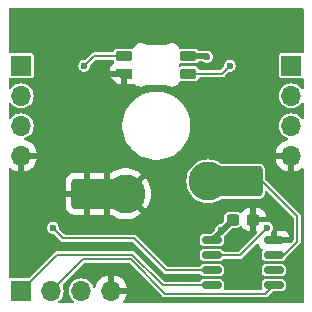
<source format=gtl>
G04 #@! TF.GenerationSoftware,KiCad,Pcbnew,8.0.5+dfsg-1*
G04 #@! TF.CreationDate,2024-10-30T23:38:12+01:00*
G04 #@! TF.ProjectId,raddr,72616464-722e-46b6-9963-61645f706362,rev?*
G04 #@! TF.SameCoordinates,Original*
G04 #@! TF.FileFunction,Copper,L1,Top*
G04 #@! TF.FilePolarity,Positive*
%FSLAX46Y46*%
G04 Gerber Fmt 4.6, Leading zero omitted, Abs format (unit mm)*
G04 Created by KiCad (PCBNEW 8.0.5+dfsg-1) date 2024-10-30 23:38:12*
%MOMM*%
%LPD*%
G01*
G04 APERTURE LIST*
G04 Aperture macros list*
%AMRoundRect*
0 Rectangle with rounded corners*
0 $1 Rounding radius*
0 $2 $3 $4 $5 $6 $7 $8 $9 X,Y pos of 4 corners*
0 Add a 4 corners polygon primitive as box body*
4,1,4,$2,$3,$4,$5,$6,$7,$8,$9,$2,$3,0*
0 Add four circle primitives for the rounded corners*
1,1,$1+$1,$2,$3*
1,1,$1+$1,$4,$5*
1,1,$1+$1,$6,$7*
1,1,$1+$1,$8,$9*
0 Add four rect primitives between the rounded corners*
20,1,$1+$1,$2,$3,$4,$5,0*
20,1,$1+$1,$4,$5,$6,$7,0*
20,1,$1+$1,$6,$7,$8,$9,0*
20,1,$1+$1,$8,$9,$2,$3,0*%
%AMFreePoly0*
4,1,18,-0.410000,0.265000,0.000000,0.675000,0.328000,0.675000,0.359380,0.668758,0.385983,0.650983,0.403758,0.624380,0.410000,0.593000,0.410000,-0.593000,0.403758,-0.624380,0.385983,-0.650983,0.359380,-0.668758,0.328000,-0.675000,-0.328000,-0.675000,-0.359380,-0.668758,-0.385983,-0.650983,-0.403758,-0.624380,-0.410000,-0.593000,-0.410000,0.265000,-0.410000,0.265000,$1*%
G04 Aperture macros list end*
G04 #@! TA.AperFunction,SMDPad,CuDef*
%ADD10RoundRect,0.082000X0.593000X-0.328000X0.593000X0.328000X-0.593000X0.328000X-0.593000X-0.328000X0*%
G04 #@! TD*
G04 #@! TA.AperFunction,SMDPad,CuDef*
%ADD11FreePoly0,90.000000*%
G04 #@! TD*
G04 #@! TA.AperFunction,SMDPad,CuDef*
%ADD12RoundRect,0.150000X-0.675000X-0.150000X0.675000X-0.150000X0.675000X0.150000X-0.675000X0.150000X0*%
G04 #@! TD*
G04 #@! TA.AperFunction,ComponentPad*
%ADD13R,1.700000X1.700000*%
G04 #@! TD*
G04 #@! TA.AperFunction,ComponentPad*
%ADD14O,1.700000X1.700000*%
G04 #@! TD*
G04 #@! TA.AperFunction,ComponentPad*
%ADD15C,3.300000*%
G04 #@! TD*
G04 #@! TA.AperFunction,SMDPad,CuDef*
%ADD16R,1.200000X2.550000*%
G04 #@! TD*
G04 #@! TA.AperFunction,SMDPad,CuDef*
%ADD17RoundRect,0.255000X-1.070000X-1.020000X1.070000X-1.020000X1.070000X1.020000X-1.070000X1.020000X0*%
G04 #@! TD*
G04 #@! TA.AperFunction,SMDPad,CuDef*
%ADD18RoundRect,0.237500X-0.300000X-0.237500X0.300000X-0.237500X0.300000X0.237500X-0.300000X0.237500X0*%
G04 #@! TD*
G04 #@! TA.AperFunction,ViaPad*
%ADD19C,0.600000*%
G04 #@! TD*
G04 #@! TA.AperFunction,Conductor*
%ADD20C,0.508000*%
G04 #@! TD*
G04 #@! TA.AperFunction,Conductor*
%ADD21C,0.200000*%
G04 #@! TD*
G04 APERTURE END LIST*
D10*
X11615000Y826200D03*
X11615000Y-673800D03*
X6165000Y826200D03*
D11*
X6165000Y-673800D03*
D12*
X13596800Y-14774800D03*
X13596800Y-16044800D03*
X13596800Y-17314800D03*
X13596800Y-18584800D03*
X18846800Y-18584800D03*
X18846800Y-17314800D03*
X18846800Y-16044800D03*
X18846800Y-14774800D03*
D13*
X20320000Y0D03*
D14*
X20320000Y-2540000D03*
X20320000Y-5080000D03*
X20320000Y-7620000D03*
D15*
X13290000Y-9780000D03*
D16*
X14840000Y-9780000D03*
D17*
X16535000Y-9780000D03*
X3045000Y-10830000D03*
D16*
X4740000Y-10830000D03*
D15*
X6290000Y-10830000D03*
D13*
X-2540000Y0D03*
D14*
X-2540000Y-2540000D03*
X-2540000Y-5080000D03*
X-2540000Y-7620000D03*
D18*
X15391100Y-13021000D03*
X17116100Y-13021000D03*
D13*
X-2540000Y-19050000D03*
D14*
X0Y-19050000D03*
X2540000Y-19050000D03*
X5080000Y-19050000D03*
D19*
X14362531Y-13938000D03*
X13208000Y762000D03*
X15113000Y0D03*
X18288000Y-13716000D03*
X2794000Y0D03*
X127000Y-13715996D03*
D20*
X11615000Y826200D02*
X13143800Y826200D01*
X13637300Y-14774800D02*
X14523550Y-13888550D01*
X13143800Y826200D02*
X13208000Y762000D01*
X14523550Y-13888550D02*
X14411981Y-13888550D01*
X14411981Y-13888550D02*
X14362531Y-13938000D01*
X14523550Y-13888550D02*
X15391100Y-13021000D01*
D21*
X19646200Y-673800D02*
X20320000Y0D01*
X14439200Y-673800D02*
X15113000Y0D01*
X11615000Y-673800D02*
X14439200Y-673800D01*
X13596800Y-16044800D02*
X15959200Y-16044800D01*
X13596800Y-16044800D02*
X13792352Y-16044800D01*
X15959200Y-16044800D02*
X18288000Y-13716000D01*
X3620200Y826200D02*
X6165000Y826200D01*
X2794000Y0D02*
X3620200Y826200D01*
X9694800Y-17314800D02*
X6985000Y-14605000D01*
X13716000Y-17272000D02*
X13358448Y-17272000D01*
X13673200Y-17314800D02*
X13716000Y-17272000D01*
X6985000Y-14605000D02*
X1016004Y-14605000D01*
X13596800Y-17314800D02*
X9694800Y-17314800D01*
X13596800Y-17314800D02*
X13673200Y-17314800D01*
X1016004Y-14605000D02*
X127000Y-13715996D01*
X16535000Y-9780000D02*
X17859999Y-9780000D01*
X19671799Y-16044800D02*
X18846800Y-16044800D01*
X17859999Y-9780000D02*
X20828000Y-12748001D01*
X20828000Y-14888599D02*
X19671799Y-16044800D01*
X20828000Y-12748001D02*
X20828000Y-14888599D01*
X9440800Y-18584800D02*
X13596800Y-18584800D01*
X-2540000Y-19050000D02*
X508000Y-16002000D01*
X508000Y-16002000D02*
X6858000Y-16002000D01*
X6858000Y-16002000D02*
X9440800Y-18584800D01*
X18846800Y-18584800D02*
X18127600Y-19304000D01*
X18127600Y-19304000D02*
X9652000Y-19304000D01*
X2667000Y-16383000D02*
X0Y-19050000D01*
X6731000Y-16383000D02*
X2667000Y-16383000D01*
X9652000Y-19304000D02*
X6731000Y-16383000D01*
G04 #@! TA.AperFunction,Conductor*
G36*
X21332539Y4859815D02*
G01*
X21378294Y4807011D01*
X21389500Y4755500D01*
X21389500Y1161861D01*
X21369815Y1094822D01*
X21317011Y1049067D01*
X21247853Y1039123D01*
X21241308Y1040244D01*
X21189750Y1050500D01*
X21189748Y1050500D01*
X19450252Y1050500D01*
X19450249Y1050500D01*
X19450247Y1050499D01*
X19391770Y1038868D01*
X19391769Y1038867D01*
X19325447Y994552D01*
X19281132Y928230D01*
X19281131Y928229D01*
X19269500Y869752D01*
X19269500Y-869752D01*
X19281131Y-928229D01*
X19281132Y-928230D01*
X19325447Y-994552D01*
X19391769Y-1038867D01*
X19391770Y-1038868D01*
X19450247Y-1050499D01*
X19450250Y-1050500D01*
X19450252Y-1050500D01*
X21189749Y-1050500D01*
X21241308Y-1040244D01*
X21310899Y-1046471D01*
X21366077Y-1089333D01*
X21389322Y-1155223D01*
X21389500Y-1161861D01*
X21389500Y-1840719D01*
X21369815Y-1907758D01*
X21317011Y-1953513D01*
X21247853Y-1963457D01*
X21184297Y-1934432D01*
X21169647Y-1919384D01*
X21066410Y-1793590D01*
X21066409Y-1793589D01*
X20906450Y-1662315D01*
X20723954Y-1564768D01*
X20525934Y-1504700D01*
X20525932Y-1504699D01*
X20525934Y-1504699D01*
X20320000Y-1484417D01*
X20114067Y-1504699D01*
X19916043Y-1564769D01*
X19805898Y-1623643D01*
X19733550Y-1662315D01*
X19733548Y-1662316D01*
X19733547Y-1662317D01*
X19573589Y-1793589D01*
X19442317Y-1953547D01*
X19344769Y-2136043D01*
X19284699Y-2334067D01*
X19264417Y-2540000D01*
X19284699Y-2745932D01*
X19284700Y-2745934D01*
X19344768Y-2943954D01*
X19442315Y-3126450D01*
X19442317Y-3126452D01*
X19573589Y-3286410D01*
X19670209Y-3365702D01*
X19733550Y-3417685D01*
X19916046Y-3515232D01*
X20114066Y-3575300D01*
X20114065Y-3575300D01*
X20132529Y-3577118D01*
X20320000Y-3595583D01*
X20525934Y-3575300D01*
X20723954Y-3515232D01*
X20906450Y-3417685D01*
X21066410Y-3286410D01*
X21169646Y-3160616D01*
X21227392Y-3121281D01*
X21297237Y-3119410D01*
X21357005Y-3155597D01*
X21387721Y-3218353D01*
X21389500Y-3239280D01*
X21389500Y-4380719D01*
X21369815Y-4447758D01*
X21317011Y-4493513D01*
X21247853Y-4503457D01*
X21184297Y-4474432D01*
X21169647Y-4459384D01*
X21066410Y-4333590D01*
X20906452Y-4202317D01*
X20906453Y-4202317D01*
X20906450Y-4202315D01*
X20723954Y-4104768D01*
X20525934Y-4044700D01*
X20525932Y-4044699D01*
X20525934Y-4044699D01*
X20320000Y-4024417D01*
X20114067Y-4044699D01*
X19916043Y-4104769D01*
X19805898Y-4163643D01*
X19733550Y-4202315D01*
X19733548Y-4202316D01*
X19733547Y-4202317D01*
X19573589Y-4333589D01*
X19442317Y-4493547D01*
X19344769Y-4676043D01*
X19284699Y-4874067D01*
X19264417Y-5080000D01*
X19284699Y-5285932D01*
X19284700Y-5285934D01*
X19344768Y-5483954D01*
X19442315Y-5666450D01*
X19442317Y-5666452D01*
X19573589Y-5826410D01*
X19635594Y-5877295D01*
X19733550Y-5957685D01*
X19916046Y-6055232D01*
X19982551Y-6075405D01*
X20040989Y-6113702D01*
X20069446Y-6177514D01*
X20058887Y-6246581D01*
X20012663Y-6298975D01*
X19978650Y-6313841D01*
X19856514Y-6346567D01*
X19856507Y-6346570D01*
X19642422Y-6446399D01*
X19642420Y-6446400D01*
X19448926Y-6581886D01*
X19448920Y-6581891D01*
X19281891Y-6748920D01*
X19281886Y-6748926D01*
X19146400Y-6942420D01*
X19146399Y-6942422D01*
X19046570Y-7156507D01*
X19046567Y-7156513D01*
X18989364Y-7369999D01*
X18989364Y-7370000D01*
X19886988Y-7370000D01*
X19854075Y-7427007D01*
X19820000Y-7554174D01*
X19820000Y-7685826D01*
X19854075Y-7812993D01*
X19886988Y-7870000D01*
X18989364Y-7870000D01*
X19046567Y-8083486D01*
X19046570Y-8083492D01*
X19146399Y-8297578D01*
X19281894Y-8491082D01*
X19448917Y-8658105D01*
X19642421Y-8793600D01*
X19856507Y-8893429D01*
X19856516Y-8893433D01*
X20070000Y-8950634D01*
X20070000Y-8053012D01*
X20127007Y-8085925D01*
X20254174Y-8120000D01*
X20385826Y-8120000D01*
X20512993Y-8085925D01*
X20570000Y-8053012D01*
X20570000Y-8950633D01*
X20783483Y-8893433D01*
X20783492Y-8893429D01*
X20997579Y-8793599D01*
X20997585Y-8793595D01*
X21194376Y-8655800D01*
X21260582Y-8633472D01*
X21328349Y-8650482D01*
X21376163Y-8701429D01*
X21389500Y-8757374D01*
X21389500Y-19995500D01*
X21369815Y-20062539D01*
X21317011Y-20108294D01*
X21265500Y-20119500D01*
X6217374Y-20119500D01*
X6150335Y-20099815D01*
X6104580Y-20047011D01*
X6094636Y-19977853D01*
X6115800Y-19924376D01*
X6253595Y-19727585D01*
X6253599Y-19727579D01*
X6353429Y-19513492D01*
X6353432Y-19513486D01*
X6410636Y-19300000D01*
X5513012Y-19300000D01*
X5545925Y-19242993D01*
X5580000Y-19115826D01*
X5580000Y-18984174D01*
X5545925Y-18857007D01*
X5513012Y-18800000D01*
X6410636Y-18800000D01*
X6410635Y-18799999D01*
X6353432Y-18586513D01*
X6353429Y-18586507D01*
X6253600Y-18372422D01*
X6253599Y-18372420D01*
X6118113Y-18178926D01*
X6118108Y-18178920D01*
X5951082Y-18011894D01*
X5757578Y-17876399D01*
X5543492Y-17776570D01*
X5543486Y-17776567D01*
X5330000Y-17719364D01*
X5330000Y-18616988D01*
X5272993Y-18584075D01*
X5145826Y-18550000D01*
X5014174Y-18550000D01*
X4887007Y-18584075D01*
X4830000Y-18616988D01*
X4830000Y-17719364D01*
X4829999Y-17719364D01*
X4616513Y-17776567D01*
X4616507Y-17776570D01*
X4402422Y-17876399D01*
X4402420Y-17876400D01*
X4208926Y-18011886D01*
X4208920Y-18011891D01*
X4041891Y-18178920D01*
X4041886Y-18178926D01*
X3906400Y-18372420D01*
X3906399Y-18372422D01*
X3806570Y-18586507D01*
X3806567Y-18586514D01*
X3773841Y-18708650D01*
X3737476Y-18768310D01*
X3674629Y-18798839D01*
X3605253Y-18790544D01*
X3551375Y-18746059D01*
X3535406Y-18712553D01*
X3515232Y-18646046D01*
X3417685Y-18463550D01*
X3310881Y-18333408D01*
X3286410Y-18303589D01*
X3136121Y-18180252D01*
X3126450Y-18172315D01*
X2943954Y-18074768D01*
X2745934Y-18014700D01*
X2745932Y-18014699D01*
X2745934Y-18014699D01*
X2540000Y-17994417D01*
X2334067Y-18014699D01*
X2136043Y-18074769D01*
X2025898Y-18133643D01*
X1953550Y-18172315D01*
X1953548Y-18172316D01*
X1953547Y-18172317D01*
X1793589Y-18303589D01*
X1662317Y-18463547D01*
X1564769Y-18646043D01*
X1504699Y-18844067D01*
X1484417Y-19050000D01*
X1504699Y-19255932D01*
X1504700Y-19255934D01*
X1564768Y-19453954D01*
X1662315Y-19636450D01*
X1662317Y-19636452D01*
X1793589Y-19796410D01*
X1919384Y-19899646D01*
X1958719Y-19957392D01*
X1960590Y-20027237D01*
X1924403Y-20087005D01*
X1861647Y-20117721D01*
X1840720Y-20119500D01*
X699280Y-20119500D01*
X632241Y-20099815D01*
X586486Y-20047011D01*
X576542Y-19977853D01*
X605567Y-19914297D01*
X620616Y-19899646D01*
X746410Y-19796410D01*
X877685Y-19636450D01*
X975232Y-19453954D01*
X1035300Y-19255934D01*
X1055583Y-19050000D01*
X1035300Y-18844066D01*
X975232Y-18646046D01*
X972264Y-18640493D01*
X967620Y-18631804D01*
X953379Y-18563401D01*
X978380Y-18498157D01*
X989290Y-18485679D01*
X2755152Y-16719819D01*
X2816475Y-16686334D01*
X2842833Y-16683500D01*
X6555167Y-16683500D01*
X6622206Y-16703185D01*
X6642848Y-16719819D01*
X9411540Y-19488511D01*
X9467489Y-19544460D01*
X9467491Y-19544461D01*
X9467495Y-19544464D01*
X9536004Y-19584017D01*
X9536011Y-19584021D01*
X9612438Y-19604500D01*
X9612440Y-19604500D01*
X18167160Y-19604500D01*
X18167162Y-19604500D01*
X18243589Y-19584021D01*
X18312111Y-19544460D01*
X18368060Y-19488511D01*
X18734952Y-19121619D01*
X18796275Y-19088134D01*
X18822633Y-19085300D01*
X19555061Y-19085300D01*
X19577771Y-19081991D01*
X19623193Y-19075373D01*
X19728283Y-19023998D01*
X19810998Y-18941283D01*
X19862373Y-18836193D01*
X19872300Y-18768060D01*
X19872300Y-18401540D01*
X19868057Y-18372422D01*
X19862373Y-18333408D01*
X19847796Y-18303590D01*
X19810998Y-18228317D01*
X19810996Y-18228315D01*
X19810996Y-18228314D01*
X19728285Y-18145603D01*
X19623191Y-18094226D01*
X19555061Y-18084300D01*
X19555060Y-18084300D01*
X18138540Y-18084300D01*
X18138539Y-18084300D01*
X18070408Y-18094226D01*
X17965314Y-18145603D01*
X17882603Y-18228314D01*
X17831226Y-18333408D01*
X17821300Y-18401539D01*
X17821300Y-18768060D01*
X17831226Y-18836192D01*
X17833297Y-18842893D01*
X17834281Y-18912755D01*
X17797339Y-18972060D01*
X17734198Y-19001977D01*
X17714824Y-19003500D01*
X14728776Y-19003500D01*
X14661737Y-18983815D01*
X14615982Y-18931011D01*
X14606038Y-18861853D01*
X14610303Y-18842893D01*
X14612373Y-18836192D01*
X14622300Y-18768060D01*
X14622300Y-18401539D01*
X14612373Y-18333408D01*
X14597796Y-18303590D01*
X14560998Y-18228317D01*
X14560996Y-18228315D01*
X14560996Y-18228314D01*
X14478285Y-18145603D01*
X14373191Y-18094226D01*
X14305061Y-18084300D01*
X14305060Y-18084300D01*
X12888540Y-18084300D01*
X12888539Y-18084300D01*
X12820408Y-18094226D01*
X12715314Y-18145603D01*
X12632605Y-18228312D01*
X12629723Y-18232350D01*
X12574749Y-18275474D01*
X12528803Y-18284300D01*
X9616633Y-18284300D01*
X9549594Y-18264615D01*
X9528952Y-18247981D01*
X7042512Y-15761541D01*
X7042507Y-15761537D01*
X7012649Y-15744299D01*
X7012649Y-15744298D01*
X7012647Y-15744298D01*
X6973994Y-15721981D01*
X6973991Y-15721979D01*
X6935775Y-15711739D01*
X6897562Y-15701500D01*
X468438Y-15701500D01*
X437867Y-15709691D01*
X392008Y-15721979D01*
X392007Y-15721980D01*
X353351Y-15744299D01*
X323492Y-15761537D01*
X323487Y-15761541D01*
X-1878152Y-17963181D01*
X-1939475Y-17996666D01*
X-1965833Y-17999500D01*
X-3409748Y-17999500D01*
X-3461310Y-18009756D01*
X-3530901Y-18003527D01*
X-3586078Y-17960664D01*
X-3609322Y-17894774D01*
X-3609500Y-17888138D01*
X-3609500Y-13715996D01*
X-378647Y-13715996D01*
X-358165Y-13858453D01*
X-298377Y-13989369D01*
X-204128Y-14098139D01*
X-83053Y-14175949D01*
X-83050Y-14175950D01*
X-27897Y-14192144D01*
X52280Y-14215686D01*
X55036Y-14216495D01*
X55038Y-14216496D01*
X151167Y-14216496D01*
X218206Y-14236181D01*
X238848Y-14252815D01*
X831493Y-14845460D01*
X900016Y-14885022D01*
X976442Y-14905500D01*
X1055566Y-14905500D01*
X6809167Y-14905500D01*
X6876206Y-14925185D01*
X6896848Y-14941819D01*
X9454340Y-17499311D01*
X9510289Y-17555260D01*
X9510291Y-17555261D01*
X9510295Y-17555264D01*
X9578804Y-17594817D01*
X9578811Y-17594821D01*
X9655238Y-17615300D01*
X12528803Y-17615300D01*
X12595842Y-17634985D01*
X12629723Y-17667250D01*
X12632605Y-17671287D01*
X12715314Y-17753996D01*
X12715315Y-17753996D01*
X12715317Y-17753998D01*
X12820407Y-17805373D01*
X12854473Y-17810336D01*
X12888539Y-17815300D01*
X12888540Y-17815300D01*
X14305061Y-17815300D01*
X14327771Y-17811991D01*
X14373193Y-17805373D01*
X14478283Y-17753998D01*
X14560998Y-17671283D01*
X14612373Y-17566193D01*
X14622300Y-17498060D01*
X14622300Y-17131540D01*
X14622300Y-17131539D01*
X17821300Y-17131539D01*
X17821300Y-17498060D01*
X17831226Y-17566191D01*
X17882603Y-17671285D01*
X17965314Y-17753996D01*
X17965315Y-17753996D01*
X17965317Y-17753998D01*
X18070407Y-17805373D01*
X18104473Y-17810336D01*
X18138539Y-17815300D01*
X18138540Y-17815300D01*
X19555061Y-17815300D01*
X19577771Y-17811991D01*
X19623193Y-17805373D01*
X19728283Y-17753998D01*
X19810998Y-17671283D01*
X19862373Y-17566193D01*
X19872300Y-17498060D01*
X19872300Y-17131540D01*
X19862373Y-17063407D01*
X19810998Y-16958317D01*
X19810996Y-16958315D01*
X19810996Y-16958314D01*
X19728285Y-16875603D01*
X19623191Y-16824226D01*
X19555061Y-16814300D01*
X19555060Y-16814300D01*
X18138540Y-16814300D01*
X18138539Y-16814300D01*
X18070408Y-16824226D01*
X17965314Y-16875603D01*
X17882603Y-16958314D01*
X17831226Y-17063408D01*
X17821300Y-17131539D01*
X14622300Y-17131539D01*
X14612373Y-17063407D01*
X14560998Y-16958317D01*
X14560996Y-16958315D01*
X14560996Y-16958314D01*
X14478285Y-16875603D01*
X14373191Y-16824226D01*
X14305061Y-16814300D01*
X14305060Y-16814300D01*
X12888540Y-16814300D01*
X12888539Y-16814300D01*
X12820408Y-16824226D01*
X12715314Y-16875603D01*
X12632605Y-16958312D01*
X12629723Y-16962350D01*
X12574749Y-17005474D01*
X12528803Y-17014300D01*
X9870633Y-17014300D01*
X9803594Y-16994615D01*
X9782952Y-16977981D01*
X7396511Y-14591539D01*
X12571300Y-14591539D01*
X12571300Y-14958060D01*
X12581226Y-15026191D01*
X12632603Y-15131285D01*
X12715314Y-15213996D01*
X12715315Y-15213996D01*
X12715317Y-15213998D01*
X12820407Y-15265373D01*
X12854473Y-15270336D01*
X12888539Y-15275300D01*
X12888540Y-15275300D01*
X14305061Y-15275300D01*
X14327771Y-15271991D01*
X14373193Y-15265373D01*
X14478283Y-15213998D01*
X14560998Y-15131283D01*
X14612373Y-15026193D01*
X14622300Y-14958060D01*
X14622300Y-14591540D01*
X14612373Y-14523407D01*
X14612372Y-14523406D01*
X14611052Y-14514343D01*
X14620865Y-14445165D01*
X14646072Y-14408786D01*
X14792410Y-14262449D01*
X14792415Y-14262445D01*
X14802618Y-14252241D01*
X14802620Y-14252241D01*
X14887241Y-14167620D01*
X14887241Y-14167618D01*
X14897445Y-14157415D01*
X14897448Y-14157410D01*
X15322041Y-13732819D01*
X15383364Y-13699334D01*
X15409722Y-13696500D01*
X15743860Y-13696500D01*
X15773449Y-13693725D01*
X15898075Y-13650116D01*
X15991040Y-13581505D01*
X16056667Y-13557535D01*
X16124838Y-13572850D01*
X16170210Y-13616179D01*
X16233652Y-13719034D01*
X16233655Y-13719038D01*
X16355561Y-13840944D01*
X16355565Y-13840947D01*
X16502288Y-13931448D01*
X16502299Y-13931453D01*
X16665947Y-13985680D01*
X16766951Y-13995999D01*
X16866100Y-13995998D01*
X16866100Y-12771000D01*
X17366100Y-12771000D01*
X18153599Y-12771000D01*
X18153599Y-12734360D01*
X18153598Y-12734345D01*
X18143280Y-12633347D01*
X18089053Y-12469699D01*
X18089048Y-12469688D01*
X17998547Y-12322965D01*
X17998544Y-12322961D01*
X17876638Y-12201055D01*
X17876634Y-12201052D01*
X17729911Y-12110551D01*
X17729900Y-12110546D01*
X17566252Y-12056319D01*
X17465254Y-12046000D01*
X17366100Y-12046000D01*
X17366100Y-12771000D01*
X16866100Y-12771000D01*
X16866100Y-12045999D01*
X16766960Y-12046000D01*
X16766944Y-12046001D01*
X16665947Y-12056319D01*
X16502299Y-12110546D01*
X16502288Y-12110551D01*
X16355565Y-12201052D01*
X16355561Y-12201055D01*
X16233654Y-12322962D01*
X16170210Y-12425821D01*
X16118262Y-12472545D01*
X16049299Y-12483766D01*
X15991039Y-12460494D01*
X15898074Y-12391883D01*
X15773448Y-12348274D01*
X15773449Y-12348274D01*
X15743860Y-12345500D01*
X15743856Y-12345500D01*
X15038344Y-12345500D01*
X15038340Y-12345500D01*
X15008750Y-12348274D01*
X14884123Y-12391884D01*
X14777889Y-12470288D01*
X14777888Y-12470289D01*
X14699484Y-12576523D01*
X14655874Y-12701150D01*
X14653100Y-12730739D01*
X14653100Y-13064878D01*
X14633415Y-13131917D01*
X14616781Y-13152559D01*
X14367953Y-13401386D01*
X14306630Y-13434871D01*
X14297921Y-13436443D01*
X14290565Y-13437500D01*
X14152480Y-13478045D01*
X14031404Y-13555856D01*
X13937154Y-13664626D01*
X13937153Y-13664628D01*
X13877366Y-13795541D01*
X13877365Y-13795546D01*
X13867046Y-13867316D01*
X13838020Y-13930871D01*
X13831990Y-13937349D01*
X13531357Y-14237982D01*
X13470036Y-14271466D01*
X13443678Y-14274300D01*
X12888539Y-14274300D01*
X12820408Y-14284226D01*
X12715314Y-14335603D01*
X12632603Y-14418314D01*
X12581226Y-14523408D01*
X12571300Y-14591539D01*
X7396511Y-14591539D01*
X7169514Y-14364542D01*
X7164290Y-14361526D01*
X7164289Y-14361525D01*
X7100992Y-14324980D01*
X7100993Y-14324980D01*
X7091960Y-14322559D01*
X7024562Y-14304500D01*
X7024560Y-14304500D01*
X1191837Y-14304500D01*
X1124798Y-14284815D01*
X1104156Y-14268181D01*
X666395Y-13830420D01*
X632910Y-13769097D01*
X631339Y-13725090D01*
X632647Y-13715996D01*
X612165Y-13573539D01*
X552377Y-13442623D01*
X458128Y-13333853D01*
X337053Y-13256043D01*
X337051Y-13256042D01*
X337049Y-13256041D01*
X337050Y-13256041D01*
X198963Y-13215496D01*
X198961Y-13215496D01*
X55039Y-13215496D01*
X55036Y-13215496D01*
X-83050Y-13256041D01*
X-83053Y-13256043D01*
X-204128Y-13333853D01*
X-298377Y-13442623D01*
X-358165Y-13573539D01*
X-378647Y-13715996D01*
X-3609500Y-13715996D01*
X-3609500Y-11900318D01*
X1220001Y-11900318D01*
X1230564Y-12003715D01*
X1286078Y-12171246D01*
X1286080Y-12171251D01*
X1378735Y-12321467D01*
X1503532Y-12446264D01*
X1653748Y-12538919D01*
X1653753Y-12538921D01*
X1821284Y-12594435D01*
X1924687Y-12604999D01*
X2794999Y-12604999D01*
X3295000Y-12604999D01*
X4088723Y-12604999D01*
X4088759Y-12605000D01*
X4490000Y-12605000D01*
X4490000Y-11080000D01*
X3295000Y-11080000D01*
X3295000Y-12604999D01*
X2794999Y-12604999D01*
X2795000Y-12604998D01*
X2795000Y-11080000D01*
X1220001Y-11080000D01*
X1220001Y-11900318D01*
X-3609500Y-11900318D01*
X-3609500Y-10711947D01*
X4790000Y-10711947D01*
X4790000Y-10948053D01*
X4826935Y-11181251D01*
X4899896Y-11405800D01*
X4990000Y-11582639D01*
X4990000Y-12605000D01*
X5036193Y-12605000D01*
X5100621Y-12623052D01*
X5298550Y-12743415D01*
X5568322Y-12860593D01*
X5851541Y-12939948D01*
X5851547Y-12939949D01*
X6142935Y-12980000D01*
X6437065Y-12980000D01*
X6728452Y-12939949D01*
X6728458Y-12939948D01*
X7011677Y-12860593D01*
X7281449Y-12743415D01*
X7532753Y-12590594D01*
X7532767Y-12590584D01*
X7623340Y-12516895D01*
X7623341Y-12516895D01*
X7159105Y-12052659D01*
X7267184Y-11974136D01*
X7434136Y-11807184D01*
X7512659Y-11699105D01*
X7979007Y-12165453D01*
X7979008Y-12165453D01*
X8131293Y-11949716D01*
X8266613Y-11688560D01*
X8365108Y-11411424D01*
X8365109Y-11411421D01*
X8424952Y-11123436D01*
X8445023Y-10830000D01*
X8424952Y-10536563D01*
X8365109Y-10248578D01*
X8365108Y-10248575D01*
X8266613Y-9971439D01*
X8266614Y-9971439D01*
X8167417Y-9779998D01*
X11434773Y-9779998D01*
X11434773Y-9780001D01*
X11453657Y-10044027D01*
X11453658Y-10044034D01*
X11509921Y-10302673D01*
X11602426Y-10550690D01*
X11602428Y-10550694D01*
X11729280Y-10783005D01*
X11729285Y-10783013D01*
X11887906Y-10994907D01*
X11887922Y-10994925D01*
X12075074Y-11182077D01*
X12075092Y-11182093D01*
X12286986Y-11340714D01*
X12286994Y-11340719D01*
X12519305Y-11467571D01*
X12519309Y-11467573D01*
X12519311Y-11467574D01*
X12767322Y-11560077D01*
X12767325Y-11560077D01*
X12767326Y-11560078D01*
X12962552Y-11602546D01*
X13025974Y-11616343D01*
X13269660Y-11633772D01*
X13289999Y-11635227D01*
X13290000Y-11635227D01*
X13290001Y-11635227D01*
X13308885Y-11633876D01*
X13554026Y-11616343D01*
X13812678Y-11560077D01*
X14060689Y-11467574D01*
X14293011Y-11340716D01*
X14373807Y-11280232D01*
X14439271Y-11255816D01*
X14448117Y-11255500D01*
X17659868Y-11255500D01*
X17690639Y-11252614D01*
X17690641Y-11252614D01*
X17755442Y-11229938D01*
X17820245Y-11207263D01*
X17930725Y-11125725D01*
X18012263Y-11015245D01*
X18046402Y-10917681D01*
X18057614Y-10885641D01*
X18057614Y-10885639D01*
X18060500Y-10854867D01*
X18060500Y-10704834D01*
X18080185Y-10637795D01*
X18132989Y-10592040D01*
X18202147Y-10582096D01*
X18265703Y-10611121D01*
X18272181Y-10617153D01*
X20491181Y-12836153D01*
X20524666Y-12897476D01*
X20527500Y-12923834D01*
X20527500Y-14712765D01*
X20507815Y-14779804D01*
X20491181Y-14800446D01*
X20303146Y-14988481D01*
X20241823Y-15021966D01*
X20215465Y-15024800D01*
X18720800Y-15024800D01*
X18653761Y-15005115D01*
X18608006Y-14952311D01*
X18596800Y-14900800D01*
X18596800Y-14524800D01*
X19096800Y-14524800D01*
X20169095Y-14524800D01*
X20169095Y-14524798D01*
X20168900Y-14522313D01*
X20123081Y-14364601D01*
X20039485Y-14223247D01*
X20039478Y-14223238D01*
X19923361Y-14107121D01*
X19923352Y-14107114D01*
X19781996Y-14023517D01*
X19781993Y-14023516D01*
X19624295Y-13977700D01*
X19624289Y-13977699D01*
X19587449Y-13974800D01*
X19096800Y-13974800D01*
X19096800Y-14524800D01*
X18596800Y-14524800D01*
X18596800Y-14170159D01*
X18616485Y-14103120D01*
X18627077Y-14088968D01*
X18713377Y-13989373D01*
X18773165Y-13858457D01*
X18793647Y-13716000D01*
X18773165Y-13573543D01*
X18713377Y-13442627D01*
X18619128Y-13333857D01*
X18498053Y-13256047D01*
X18498051Y-13256046D01*
X18498049Y-13256045D01*
X18498050Y-13256045D01*
X18359963Y-13215500D01*
X18359961Y-13215500D01*
X18216039Y-13215500D01*
X18216036Y-13215500D01*
X18077949Y-13256045D01*
X18069882Y-13259730D01*
X18068316Y-13256302D01*
X18018287Y-13271000D01*
X17366100Y-13271000D01*
X17366100Y-13995999D01*
X17386883Y-14016782D01*
X17420368Y-14078105D01*
X17415384Y-14147797D01*
X17386883Y-14192144D01*
X15871048Y-15707981D01*
X15809725Y-15741466D01*
X15783367Y-15744300D01*
X14664797Y-15744300D01*
X14597758Y-15724615D01*
X14563877Y-15692350D01*
X14560994Y-15688312D01*
X14478285Y-15605603D01*
X14373191Y-15554226D01*
X14305061Y-15544300D01*
X14305060Y-15544300D01*
X12888540Y-15544300D01*
X12888539Y-15544300D01*
X12820408Y-15554226D01*
X12715314Y-15605603D01*
X12632603Y-15688314D01*
X12581226Y-15793408D01*
X12571300Y-15861539D01*
X12571300Y-16228060D01*
X12581226Y-16296191D01*
X12632603Y-16401285D01*
X12715314Y-16483996D01*
X12715315Y-16483996D01*
X12715317Y-16483998D01*
X12820407Y-16535373D01*
X12854473Y-16540336D01*
X12888539Y-16545300D01*
X12888540Y-16545300D01*
X14305061Y-16545300D01*
X14327771Y-16541991D01*
X14373193Y-16535373D01*
X14478283Y-16483998D01*
X14560998Y-16401283D01*
X14561000Y-16401277D01*
X14563877Y-16397250D01*
X14618851Y-16354126D01*
X14664797Y-16345300D01*
X15998760Y-16345300D01*
X15998762Y-16345300D01*
X16075189Y-16324821D01*
X16143711Y-16285260D01*
X16199660Y-16229311D01*
X17348747Y-15080223D01*
X17410067Y-15046740D01*
X17479758Y-15051724D01*
X17535692Y-15093595D01*
X17555501Y-15133311D01*
X17570516Y-15184993D01*
X17570517Y-15184996D01*
X17654114Y-15326352D01*
X17654121Y-15326361D01*
X17770238Y-15442478D01*
X17770246Y-15442484D01*
X17857725Y-15494219D01*
X17905408Y-15545288D01*
X17917912Y-15614030D01*
X17891267Y-15678619D01*
X17882727Y-15688140D01*
X17882604Y-15688313D01*
X17831226Y-15793408D01*
X17821300Y-15861539D01*
X17821300Y-16228060D01*
X17831226Y-16296191D01*
X17882603Y-16401285D01*
X17965314Y-16483996D01*
X17965315Y-16483996D01*
X17965317Y-16483998D01*
X18070407Y-16535373D01*
X18104473Y-16540336D01*
X18138539Y-16545300D01*
X18138540Y-16545300D01*
X19555061Y-16545300D01*
X19577771Y-16541991D01*
X19623193Y-16535373D01*
X19728283Y-16483998D01*
X19810998Y-16401283D01*
X19810999Y-16401282D01*
X19866604Y-16287541D01*
X19868448Y-16288442D01*
X19891697Y-16249871D01*
X19912259Y-16229311D01*
X21068460Y-15073110D01*
X21095547Y-15026193D01*
X21108021Y-15004588D01*
X21128500Y-14928161D01*
X21128500Y-12708439D01*
X21108021Y-12632012D01*
X21086326Y-12594435D01*
X21068464Y-12563496D01*
X21068458Y-12563488D01*
X18096819Y-9591849D01*
X18063334Y-9530526D01*
X18060500Y-9504168D01*
X18060500Y-8705132D01*
X18057614Y-8674360D01*
X18057614Y-8674358D01*
X18012263Y-8544756D01*
X18012263Y-8544755D01*
X17930725Y-8434275D01*
X17820245Y-8352737D01*
X17820243Y-8352736D01*
X17690640Y-8307385D01*
X17659868Y-8304500D01*
X17659864Y-8304500D01*
X15459748Y-8304500D01*
X14448117Y-8304500D01*
X14381078Y-8284815D01*
X14373814Y-8279773D01*
X14293011Y-8219284D01*
X14293006Y-8219281D01*
X14293005Y-8219280D01*
X14060694Y-8092428D01*
X14060690Y-8092426D01*
X13812673Y-7999921D01*
X13554034Y-7943658D01*
X13554027Y-7943657D01*
X13290001Y-7924773D01*
X13289999Y-7924773D01*
X13025972Y-7943657D01*
X13025965Y-7943658D01*
X12767326Y-7999921D01*
X12519309Y-8092426D01*
X12519305Y-8092428D01*
X12286994Y-8219280D01*
X12286986Y-8219285D01*
X12075092Y-8377906D01*
X12075074Y-8377922D01*
X11887922Y-8565074D01*
X11887906Y-8565092D01*
X11729285Y-8776986D01*
X11729280Y-8776994D01*
X11602428Y-9009305D01*
X11602426Y-9009309D01*
X11509921Y-9257326D01*
X11453658Y-9515965D01*
X11453657Y-9515972D01*
X11434773Y-9779998D01*
X8167417Y-9779998D01*
X8131293Y-9710283D01*
X7979007Y-9494545D01*
X7512658Y-9960893D01*
X7434136Y-9852816D01*
X7267184Y-9685864D01*
X7159105Y-9607340D01*
X7623341Y-9143104D01*
X7532756Y-9069407D01*
X7281449Y-8916584D01*
X7011677Y-8799406D01*
X6728458Y-8720051D01*
X6728452Y-8720050D01*
X6437065Y-8680000D01*
X6142935Y-8680000D01*
X5851547Y-8720050D01*
X5851541Y-8720051D01*
X5568322Y-8799406D01*
X5298550Y-8916584D01*
X5100621Y-9036948D01*
X5036193Y-9055000D01*
X4990000Y-9055000D01*
X4990000Y-10077360D01*
X4899896Y-10254200D01*
X4826935Y-10478749D01*
X4790000Y-10711947D01*
X-3609500Y-10711947D01*
X-3609500Y-9759681D01*
X1220000Y-9759681D01*
X1220000Y-10580000D01*
X2795000Y-10580000D01*
X3295000Y-10580000D01*
X4490000Y-10580000D01*
X4490000Y-9055000D01*
X3295000Y-9055000D01*
X3295000Y-10580000D01*
X2795000Y-10580000D01*
X2795000Y-9055000D01*
X1924696Y-9055000D01*
X1924680Y-9055001D01*
X1821284Y-9065564D01*
X1653753Y-9121078D01*
X1653748Y-9121080D01*
X1503532Y-9213735D01*
X1378735Y-9338532D01*
X1286080Y-9488748D01*
X1286078Y-9488753D01*
X1230564Y-9656284D01*
X1220000Y-9759681D01*
X-3609500Y-9759681D01*
X-3609500Y-8757374D01*
X-3589815Y-8690335D01*
X-3537011Y-8644580D01*
X-3467853Y-8634636D01*
X-3414376Y-8655800D01*
X-3217585Y-8793595D01*
X-3217579Y-8793599D01*
X-3003492Y-8893429D01*
X-3003483Y-8893433D01*
X-2790000Y-8950633D01*
X-2790000Y-8053012D01*
X-2732993Y-8085925D01*
X-2605826Y-8120000D01*
X-2474174Y-8120000D01*
X-2347007Y-8085925D01*
X-2290000Y-8053012D01*
X-2290000Y-8950634D01*
X-2076516Y-8893433D01*
X-2076507Y-8893429D01*
X-1862421Y-8793600D01*
X-1668917Y-8658105D01*
X-1501894Y-8491082D01*
X-1366399Y-8297578D01*
X-1266570Y-8083492D01*
X-1266567Y-8083486D01*
X-1209364Y-7870000D01*
X-2106988Y-7870000D01*
X-2074075Y-7812993D01*
X-2040000Y-7685826D01*
X-2040000Y-7554174D01*
X-2074075Y-7427007D01*
X-2106988Y-7370000D01*
X-1209364Y-7370000D01*
X-1209364Y-7369999D01*
X-1266567Y-7156513D01*
X-1266570Y-7156507D01*
X-1366399Y-6942422D01*
X-1366400Y-6942420D01*
X-1501886Y-6748926D01*
X-1501891Y-6748920D01*
X-1668917Y-6581894D01*
X-1862421Y-6446399D01*
X-2076507Y-6346570D01*
X-2076514Y-6346567D01*
X-2198650Y-6313841D01*
X-2258310Y-6277476D01*
X-2288839Y-6214629D01*
X-2280544Y-6145253D01*
X-2236059Y-6091375D01*
X-2202553Y-6075406D01*
X-2136046Y-6055232D01*
X-1953550Y-5957685D01*
X-1855594Y-5877295D01*
X-1793589Y-5826410D01*
X-1662317Y-5666452D01*
X-1662315Y-5666450D01*
X-1564768Y-5483954D01*
X-1504700Y-5285934D01*
X-1504699Y-5285932D01*
X-1484417Y-5080000D01*
X-1500322Y-4918510D01*
X6014500Y-4918510D01*
X6014500Y-5241489D01*
X6050659Y-5562410D01*
X6050661Y-5562426D01*
X6122527Y-5877294D01*
X6122531Y-5877306D01*
X6229195Y-6182133D01*
X6229201Y-6182147D01*
X6369327Y-6473122D01*
X6369329Y-6473125D01*
X6541159Y-6746591D01*
X6742527Y-6999099D01*
X6970901Y-7227473D01*
X7223409Y-7428841D01*
X7496875Y-7600671D01*
X7787860Y-7740802D01*
X7787866Y-7740804D01*
X8092693Y-7847468D01*
X8092705Y-7847472D01*
X8407577Y-7919339D01*
X8728511Y-7955499D01*
X8728512Y-7955500D01*
X8728515Y-7955500D01*
X9051488Y-7955500D01*
X9051488Y-7955499D01*
X9372423Y-7919339D01*
X9687295Y-7847472D01*
X9992140Y-7740802D01*
X10283125Y-7600671D01*
X10556591Y-7428841D01*
X10809099Y-7227473D01*
X11037473Y-6999099D01*
X11238841Y-6746591D01*
X11410671Y-6473125D01*
X11550802Y-6182140D01*
X11657472Y-5877295D01*
X11729339Y-5562423D01*
X11765500Y-5241485D01*
X11765500Y-4918515D01*
X11729339Y-4597577D01*
X11657472Y-4282705D01*
X11550802Y-3977860D01*
X11410671Y-3686875D01*
X11238841Y-3413409D01*
X11037473Y-3160901D01*
X10809099Y-2932527D01*
X10556591Y-2731159D01*
X10283125Y-2559329D01*
X10283122Y-2559327D01*
X9992147Y-2419201D01*
X9992133Y-2419195D01*
X9687306Y-2312531D01*
X9687294Y-2312527D01*
X9372426Y-2240661D01*
X9372410Y-2240659D01*
X9051489Y-2204500D01*
X9051485Y-2204500D01*
X8728515Y-2204500D01*
X8728510Y-2204500D01*
X8407589Y-2240659D01*
X8407573Y-2240661D01*
X8092705Y-2312527D01*
X8092693Y-2312531D01*
X7787866Y-2419195D01*
X7787852Y-2419201D01*
X7496877Y-2559327D01*
X7223410Y-2731158D01*
X6970901Y-2932526D01*
X6742526Y-3160901D01*
X6541158Y-3413410D01*
X6369327Y-3686877D01*
X6229201Y-3977852D01*
X6229195Y-3977866D01*
X6122531Y-4282693D01*
X6122527Y-4282705D01*
X6050661Y-4597573D01*
X6050659Y-4597589D01*
X6014500Y-4918510D01*
X-1500322Y-4918510D01*
X-1504699Y-4874067D01*
X-1564769Y-4676043D01*
X-1662317Y-4493547D01*
X-1793589Y-4333589D01*
X-1953547Y-4202317D01*
X-1953548Y-4202316D01*
X-1953550Y-4202315D01*
X-2025898Y-4163643D01*
X-2136043Y-4104769D01*
X-2334069Y-4044699D01*
X-2334065Y-4044699D01*
X-2540000Y-4024417D01*
X-2745932Y-4044699D01*
X-2844944Y-4074734D01*
X-2943954Y-4104768D01*
X-3126450Y-4202315D01*
X-3126452Y-4202317D01*
X-3286410Y-4333590D01*
X-3389647Y-4459384D01*
X-3447392Y-4498718D01*
X-3517237Y-4500589D01*
X-3577005Y-4464402D01*
X-3607721Y-4401646D01*
X-3609500Y-4380719D01*
X-3609500Y-3239280D01*
X-3589815Y-3172241D01*
X-3537011Y-3126486D01*
X-3467853Y-3116542D01*
X-3404297Y-3145567D01*
X-3389645Y-3160616D01*
X-3286410Y-3286410D01*
X-3126450Y-3417685D01*
X-2943954Y-3515232D01*
X-2745934Y-3575300D01*
X-2540000Y-3595583D01*
X-2334066Y-3575300D01*
X-2136046Y-3515232D01*
X-1953550Y-3417685D01*
X-1890209Y-3365702D01*
X-1793589Y-3286410D01*
X-1662317Y-3126452D01*
X-1662315Y-3126450D01*
X-1564768Y-2943954D01*
X-1504700Y-2745934D01*
X-1504699Y-2745932D01*
X-1484417Y-2540000D01*
X-1504699Y-2334067D01*
X-1564769Y-2136043D01*
X-1662317Y-1953547D01*
X-1793589Y-1793589D01*
X-1953547Y-1662317D01*
X-1953548Y-1662316D01*
X-1953550Y-1662315D01*
X-2025898Y-1623643D01*
X-2136043Y-1564769D01*
X-2334069Y-1504699D01*
X-2334065Y-1504699D01*
X-2540000Y-1484417D01*
X-2745932Y-1504699D01*
X-2844944Y-1534734D01*
X-2943954Y-1564768D01*
X-3126450Y-1662315D01*
X-3286409Y-1793589D01*
X-3286410Y-1793590D01*
X-3389647Y-1919384D01*
X-3447392Y-1958718D01*
X-3517237Y-1960589D01*
X-3577005Y-1924402D01*
X-3607721Y-1861646D01*
X-3609500Y-1840719D01*
X-3609500Y-1161861D01*
X-3589815Y-1094822D01*
X-3537011Y-1049067D01*
X-3467853Y-1039123D01*
X-3461308Y-1040244D01*
X-3409749Y-1050500D01*
X-3409748Y-1050500D01*
X-1670250Y-1050500D01*
X-1670247Y-1050499D01*
X-1611770Y-1038868D01*
X-1611769Y-1038867D01*
X-1545447Y-994552D01*
X-1501132Y-928230D01*
X-1501131Y-928229D01*
X-1500250Y-923800D01*
X5052358Y-923800D01*
X5055572Y-931560D01*
X5055572Y-931561D01*
X5107492Y-998396D01*
X5107503Y-998409D01*
X5575390Y-1466296D01*
X5575403Y-1466307D01*
X5642241Y-1518229D01*
X5775075Y-1573250D01*
X5859058Y-1583799D01*
X5859065Y-1583800D01*
X5915000Y-1583800D01*
X5915000Y-923800D01*
X5052358Y-923800D01*
X-1500250Y-923800D01*
X-1489500Y-869752D01*
X-1489500Y0D01*
X2288353Y0D01*
X2308834Y-142456D01*
X2332312Y-193864D01*
X2368623Y-273373D01*
X2462872Y-382143D01*
X2583947Y-459953D01*
X2583950Y-459954D01*
X2583949Y-459954D01*
X2691107Y-491417D01*
X2719280Y-499690D01*
X2722036Y-500499D01*
X2722038Y-500500D01*
X2722039Y-500500D01*
X2865962Y-500500D01*
X2865962Y-500499D01*
X3004053Y-459953D01*
X3125128Y-382143D01*
X3219377Y-273373D01*
X3279165Y-142457D01*
X3299647Y0D01*
X3298339Y9092D01*
X3308278Y78247D01*
X3333395Y114424D01*
X3708352Y489381D01*
X3769675Y522866D01*
X3796033Y525700D01*
X5172086Y525700D01*
X5239125Y506015D01*
X5284880Y453211D01*
X5291737Y434253D01*
X5292241Y432397D01*
X5339543Y325273D01*
X5335632Y323546D01*
X5350131Y277607D01*
X5331797Y210186D01*
X5284848Y167823D01*
X5285531Y166642D01*
X5279999Y163448D01*
X5279923Y163379D01*
X5279731Y163293D01*
X5278492Y162578D01*
X5156913Y69286D01*
X5063621Y-52292D01*
X5063621Y-52293D01*
X5004981Y-193864D01*
X5004979Y-193869D01*
X4990000Y-307653D01*
X4990000Y-423800D01*
X6291000Y-423800D01*
X6358039Y-443485D01*
X6403794Y-496289D01*
X6415000Y-547800D01*
X6415000Y-1583800D01*
X6796147Y-1583800D01*
X6909930Y-1568820D01*
X6909931Y-1568819D01*
X6974177Y-1542208D01*
X7043646Y-1534739D01*
X7105725Y-1565642D01*
X7170849Y-1625742D01*
X7299445Y-1701597D01*
X7441137Y-1748644D01*
X7441138Y-1748644D01*
X7441140Y-1748645D01*
X7589569Y-1764770D01*
X7738062Y-1749248D01*
X7879948Y-1702777D01*
X7899111Y-1691613D01*
X7899744Y-1691325D01*
X7909992Y-1685337D01*
X7909994Y-1685337D01*
X7939723Y-1667967D01*
X7949358Y-1662894D01*
X7982214Y-1647402D01*
X8002687Y-1639872D01*
X8032436Y-1631820D01*
X8053919Y-1627995D01*
X8090372Y-1624778D01*
X8101257Y-1624299D01*
X8135411Y-1624303D01*
X8135413Y-1624301D01*
X8147206Y-1624303D01*
X8147259Y-1624299D01*
X9678953Y-1624299D01*
X9689877Y-1624781D01*
X9700347Y-1625707D01*
X9726041Y-1627980D01*
X9747519Y-1631807D01*
X9777268Y-1639865D01*
X9797746Y-1647402D01*
X9830858Y-1663022D01*
X9840508Y-1668105D01*
X9869972Y-1685325D01*
X9869973Y-1685325D01*
X9879890Y-1691121D01*
X9880967Y-1691614D01*
X9900068Y-1702740D01*
X10041945Y-1749208D01*
X10041944Y-1749208D01*
X10064557Y-1751571D01*
X10190429Y-1764730D01*
X10338850Y-1748606D01*
X10480537Y-1701562D01*
X10609127Y-1625710D01*
X10718840Y-1524460D01*
X10804748Y-1402360D01*
X10824403Y-1355970D01*
X10868680Y-1301924D01*
X10935149Y-1280393D01*
X10952870Y-1281172D01*
X10956199Y-1281558D01*
X10956201Y-1281559D01*
X10979826Y-1284300D01*
X10979827Y-1284300D01*
X12250173Y-1284300D01*
X12250174Y-1284300D01*
X12273799Y-1281559D01*
X12370416Y-1238898D01*
X12445098Y-1164216D01*
X12461745Y-1126513D01*
X12487758Y-1067602D01*
X12488263Y-1065747D01*
X12489378Y-1063932D01*
X12491527Y-1059067D01*
X12492190Y-1059359D01*
X12524857Y-1006227D01*
X12587820Y-975939D01*
X12607914Y-974300D01*
X14478760Y-974300D01*
X14478762Y-974300D01*
X14555189Y-953821D01*
X14623711Y-914260D01*
X14679660Y-858311D01*
X15001151Y-536818D01*
X15062474Y-503334D01*
X15088832Y-500500D01*
X15184962Y-500500D01*
X15184962Y-500499D01*
X15323053Y-459953D01*
X15444128Y-382143D01*
X15538377Y-273373D01*
X15598165Y-142457D01*
X15618647Y0D01*
X15598165Y142457D01*
X15538377Y273373D01*
X15444128Y382143D01*
X15323053Y459953D01*
X15184962Y500499D01*
X15184962Y500500D01*
X15184961Y500500D01*
X15041039Y500500D01*
X15041038Y500500D01*
X15041036Y500499D01*
X15010107Y491417D01*
X14902949Y459954D01*
X14902947Y459953D01*
X14781872Y382143D01*
X14731098Y323546D01*
X14687623Y273373D01*
X14687622Y273371D01*
X14627834Y142456D01*
X14607353Y0D01*
X14607353Y-1D01*
X14608661Y-9103D01*
X14598713Y-78261D01*
X14573603Y-114424D01*
X14351046Y-336982D01*
X14289726Y-370466D01*
X14263367Y-373300D01*
X12607914Y-373300D01*
X12540875Y-353615D01*
X12495120Y-300811D01*
X12488263Y-281853D01*
X12487758Y-279997D01*
X12445100Y-183388D01*
X12445099Y-183387D01*
X12445098Y-183384D01*
X12370416Y-108702D01*
X12370413Y-108701D01*
X12370411Y-108699D01*
X12273801Y-66041D01*
X12273802Y-66041D01*
X12250175Y-63300D01*
X12250174Y-63300D01*
X10979826Y-63300D01*
X10979824Y-63300D01*
X10956197Y-66041D01*
X10947198Y-68490D01*
X10946177Y-64740D01*
X10895372Y-71420D01*
X10832171Y-41630D01*
X10795109Y17600D01*
X10790499Y51096D01*
X10790499Y101303D01*
X10810184Y168342D01*
X10862988Y214097D01*
X10932146Y224041D01*
X10946914Y219846D01*
X10947198Y220890D01*
X10956197Y218441D01*
X10979824Y215700D01*
X10979826Y215700D01*
X12250175Y215700D01*
X12273801Y218441D01*
X12370411Y261099D01*
X12370413Y261100D01*
X12370416Y261102D01*
X12444696Y335382D01*
X12506020Y368866D01*
X12532377Y371700D01*
X12853155Y371700D01*
X12920194Y352015D01*
X12997944Y302047D01*
X12997949Y302045D01*
X13136036Y261500D01*
X13136039Y261500D01*
X13279963Y261500D01*
X13418050Y302045D01*
X13495805Y352015D01*
X13539128Y379857D01*
X13633377Y488627D01*
X13693165Y619543D01*
X13713647Y762000D01*
X13693165Y904457D01*
X13633377Y1035373D01*
X13539128Y1144143D01*
X13418053Y1221953D01*
X13279961Y1262500D01*
X13279956Y1262500D01*
X13271184Y1263762D01*
X13271316Y1264681D01*
X13255795Y1266725D01*
X13247692Y1268896D01*
X13203636Y1280701D01*
X13083964Y1280701D01*
X13076368Y1280701D01*
X13076352Y1280700D01*
X12532377Y1280700D01*
X12465338Y1300385D01*
X12444696Y1317018D01*
X12370416Y1391298D01*
X12273801Y1433958D01*
X12273799Y1433959D01*
X12250174Y1436700D01*
X10979826Y1436700D01*
X10956201Y1433959D01*
X10956199Y1433958D01*
X10952913Y1433577D01*
X10884051Y1445404D01*
X10832515Y1492582D01*
X10824445Y1508377D01*
X10804787Y1554774D01*
X10804786Y1554774D01*
X10804784Y1554781D01*
X10718871Y1676888D01*
X10609152Y1778144D01*
X10480556Y1853999D01*
X10338863Y1901046D01*
X10338862Y1901046D01*
X10338860Y1901047D01*
X10190431Y1917172D01*
X10041938Y1901650D01*
X9935057Y1866644D01*
X9900052Y1855179D01*
X9880721Y1843920D01*
X9880088Y1843629D01*
X9870006Y1837739D01*
X9870005Y1837739D01*
X9840295Y1820381D01*
X9830629Y1815292D01*
X9797794Y1799809D01*
X9777307Y1792272D01*
X9747563Y1784222D01*
X9726080Y1780397D01*
X9689630Y1777180D01*
X9678741Y1776701D01*
X9644590Y1776705D01*
X9644587Y1776703D01*
X9632351Y1776705D01*
X9632291Y1776700D01*
X8147258Y1776700D01*
X8147205Y1776704D01*
X8135412Y1776702D01*
X8135410Y1776704D01*
X8100986Y1776700D01*
X8090096Y1777179D01*
X8053913Y1780373D01*
X8032431Y1784198D01*
X8002678Y1792251D01*
X7982203Y1799782D01*
X7949837Y1815043D01*
X7939738Y1820386D01*
X7901770Y1842772D01*
X7900967Y1843138D01*
X7900030Y1843560D01*
X7899976Y1843591D01*
X7898951Y1844059D01*
X7879930Y1855139D01*
X7738053Y1901608D01*
X7589569Y1917129D01*
X7441150Y1901005D01*
X7441147Y1901004D01*
X7441146Y1901004D01*
X7299465Y1853961D01*
X7299463Y1853960D01*
X7271962Y1837738D01*
X7170872Y1778109D01*
X7061191Y1676888D01*
X7061161Y1676860D01*
X6975254Y1554761D01*
X6975254Y1554760D01*
X6975251Y1554755D01*
X6955597Y1508369D01*
X6911318Y1454322D01*
X6844848Y1432793D01*
X6827130Y1433572D01*
X6823800Y1433958D01*
X6823799Y1433959D01*
X6800174Y1436700D01*
X5529826Y1436700D01*
X5506201Y1433959D01*
X5506198Y1433958D01*
X5409588Y1391300D01*
X5409587Y1391299D01*
X5409584Y1391298D01*
X5334902Y1316616D01*
X5334901Y1316613D01*
X5334899Y1316611D01*
X5292241Y1220002D01*
X5291737Y1218147D01*
X5290621Y1216332D01*
X5288473Y1211467D01*
X5287809Y1211759D01*
X5255143Y1158627D01*
X5192180Y1128339D01*
X5172086Y1126700D01*
X3580638Y1126700D01*
X3504211Y1106221D01*
X3463776Y1082876D01*
X3435689Y1066660D01*
X2905848Y536819D01*
X2844525Y503334D01*
X2818167Y500500D01*
X2722038Y500500D01*
X2722036Y500499D01*
X2691107Y491417D01*
X2583949Y459954D01*
X2583947Y459953D01*
X2462872Y382143D01*
X2412098Y323546D01*
X2368623Y273373D01*
X2368622Y273371D01*
X2308834Y142456D01*
X2288353Y0D01*
X-1489500Y0D01*
X-1489500Y869752D01*
X-1501131Y928229D01*
X-1501132Y928230D01*
X-1545447Y994552D01*
X-1611769Y1038867D01*
X-1611770Y1038868D01*
X-1670247Y1050499D01*
X-1670249Y1050500D01*
X-1670252Y1050500D01*
X-3409748Y1050500D01*
X-3409750Y1050500D01*
X-3461308Y1040244D01*
X-3530899Y1046471D01*
X-3586077Y1089333D01*
X-3609322Y1155223D01*
X-3609500Y1161861D01*
X-3609500Y4755500D01*
X-3589815Y4822539D01*
X-3537011Y4868294D01*
X-3485500Y4879500D01*
X21265500Y4879500D01*
X21332539Y4859815D01*
G37*
G04 #@! TD.AperFunction*
M02*

</source>
